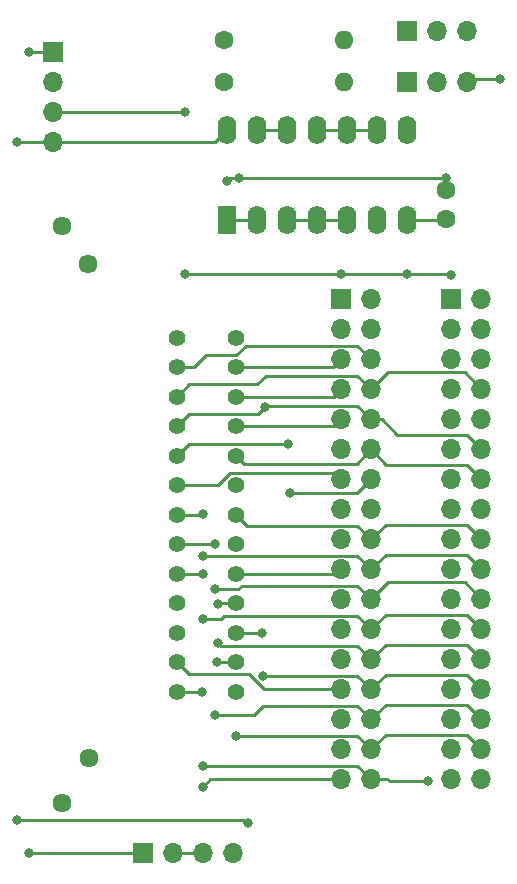
<source format=gbr>
%TF.GenerationSoftware,KiCad,Pcbnew,(5.1.10)-1*%
%TF.CreationDate,2024-05-08T08:20:22+02:00*%
%TF.ProjectId,KC85-FDD_IN,4b433835-2d46-4444-945f-494e2e6b6963,rev?*%
%TF.SameCoordinates,Original*%
%TF.FileFunction,Copper,L2,Bot*%
%TF.FilePolarity,Positive*%
%FSLAX46Y46*%
G04 Gerber Fmt 4.6, Leading zero omitted, Abs format (unit mm)*
G04 Created by KiCad (PCBNEW (5.1.10)-1) date 2024-05-08 08:20:22*
%MOMM*%
%LPD*%
G01*
G04 APERTURE LIST*
%TA.AperFunction,ComponentPad*%
%ADD10O,1.600000X2.400000*%
%TD*%
%TA.AperFunction,ComponentPad*%
%ADD11R,1.600000X2.400000*%
%TD*%
%TA.AperFunction,ComponentPad*%
%ADD12O,1.600000X1.600000*%
%TD*%
%TA.AperFunction,ComponentPad*%
%ADD13C,1.600000*%
%TD*%
%TA.AperFunction,ComponentPad*%
%ADD14O,1.700000X1.700000*%
%TD*%
%TA.AperFunction,ComponentPad*%
%ADD15R,1.700000X1.700000*%
%TD*%
%TA.AperFunction,ComponentPad*%
%ADD16C,1.400000*%
%TD*%
%TA.AperFunction,ComponentPad*%
%ADD17C,1.610000*%
%TD*%
%TA.AperFunction,ViaPad*%
%ADD18C,0.800000*%
%TD*%
%TA.AperFunction,Conductor*%
%ADD19C,0.250000*%
%TD*%
G04 APERTURE END LIST*
D10*
%TO.P,U1,14*%
%TO.N,+5P*%
X112776000Y-88646000D03*
%TO.P,U1,7*%
%TO.N,GND*%
X128016000Y-96266000D03*
%TO.P,U1,13*%
%TO.N,SE0*%
X115316000Y-88646000D03*
%TO.P,U1,6*%
%TO.N,Net-(J7-Pad1)*%
X125476000Y-96266000D03*
%TO.P,U1,12*%
%TO.N,SE0*%
X117856000Y-88646000D03*
%TO.P,U1,5*%
%TO.N,Net-(R2-Pad2)*%
X122936000Y-96266000D03*
%TO.P,U1,11*%
%TO.N,Net-(R1-Pad2)*%
X120396000Y-88646000D03*
%TO.P,U1,4*%
%TO.N,Net-(R2-Pad2)*%
X120396000Y-96266000D03*
%TO.P,U1,10*%
%TO.N,Net-(R1-Pad2)*%
X122936000Y-88646000D03*
%TO.P,U1,3*%
%TO.N,Net-(R2-Pad2)*%
X117856000Y-96266000D03*
%TO.P,U1,9*%
%TO.N,Net-(R1-Pad2)*%
X125476000Y-88646000D03*
%TO.P,U1,2*%
%TO.N,SE1*%
X115316000Y-96266000D03*
%TO.P,U1,8*%
%TO.N,Net-(J6-Pad1)*%
X128016000Y-88646000D03*
D11*
%TO.P,U1,1*%
%TO.N,SE1*%
X112776000Y-96266000D03*
%TD*%
D12*
%TO.P,R2,2*%
%TO.N,Net-(R2-Pad2)*%
X122682000Y-81026000D03*
D13*
%TO.P,R2,1*%
%TO.N,+5P*%
X112522000Y-81026000D03*
%TD*%
D12*
%TO.P,R1,2*%
%TO.N,Net-(R1-Pad2)*%
X122682000Y-84582000D03*
D13*
%TO.P,R1,1*%
%TO.N,+5P*%
X112522000Y-84582000D03*
%TD*%
D14*
%TO.P,J7,3*%
%TO.N,Net-(J4-Pad34)*%
X133096000Y-80264000D03*
%TO.P,J7,2*%
%TO.N,RDY*%
X130556000Y-80264000D03*
D15*
%TO.P,J7,1*%
%TO.N,Net-(J7-Pad1)*%
X128016000Y-80264000D03*
%TD*%
D14*
%TO.P,J6,3*%
%TO.N,Net-(J4-Pad34)*%
X133096000Y-84582000D03*
%TO.P,J6,2*%
%TO.N,RDY*%
X130556000Y-84582000D03*
D15*
%TO.P,J6,1*%
%TO.N,Net-(J6-Pad1)*%
X128016000Y-84582000D03*
%TD*%
D14*
%TO.P,J5,4*%
%TO.N,+5P*%
X113284000Y-149860000D03*
%TO.P,J5,3*%
%TO.N,GND*%
X110744000Y-149860000D03*
%TO.P,J5,2*%
X108204000Y-149860000D03*
D15*
%TO.P,J5,1*%
%TO.N,+12P*%
X105664000Y-149860000D03*
%TD*%
D14*
%TO.P,J4,34*%
%TO.N,Net-(J4-Pad34)*%
X134292000Y-143566000D03*
%TO.P,J4,33*%
%TO.N,GND*%
X131752000Y-143566000D03*
%TO.P,J4,32*%
%TO.N,SS*%
X134292000Y-141026000D03*
%TO.P,J4,31*%
%TO.N,GND*%
X131752000Y-141026000D03*
%TO.P,J4,30*%
%TO.N,RD*%
X134292000Y-138486000D03*
%TO.P,J4,29*%
%TO.N,GND*%
X131752000Y-138486000D03*
%TO.P,J4,28*%
%TO.N,WP*%
X134292000Y-135946000D03*
%TO.P,J4,27*%
%TO.N,GND*%
X131752000Y-135946000D03*
%TO.P,J4,26*%
%TO.N,T0*%
X134292000Y-133406000D03*
%TO.P,J4,25*%
%TO.N,GND*%
X131752000Y-133406000D03*
%TO.P,J4,24*%
%TO.N,WE*%
X134292000Y-130866000D03*
%TO.P,J4,23*%
%TO.N,GND*%
X131752000Y-130866000D03*
%TO.P,J4,22*%
%TO.N,WD*%
X134292000Y-128326000D03*
%TO.P,J4,21*%
%TO.N,GND*%
X131752000Y-128326000D03*
%TO.P,J4,20*%
%TO.N,ST*%
X134292000Y-125786000D03*
%TO.P,J4,19*%
%TO.N,GND*%
X131752000Y-125786000D03*
%TO.P,J4,18*%
%TO.N,SD*%
X134292000Y-123246000D03*
%TO.P,J4,17*%
%TO.N,GND*%
X131752000Y-123246000D03*
%TO.P,J4,16*%
%TO.N,SE0*%
X134292000Y-120706000D03*
%TO.P,J4,15*%
%TO.N,GND*%
X131752000Y-120706000D03*
%TO.P,J4,14*%
%TO.N,SE1*%
X134292000Y-118166000D03*
%TO.P,J4,13*%
%TO.N,GND*%
X131752000Y-118166000D03*
%TO.P,J4,12*%
%TO.N,SE0*%
X134292000Y-115626000D03*
%TO.P,J4,11*%
%TO.N,GND*%
X131752000Y-115626000D03*
%TO.P,J4,10*%
%TO.N,SE1*%
X134292000Y-113086000D03*
%TO.P,J4,9*%
%TO.N,GND*%
X131752000Y-113086000D03*
%TO.P,J4,8*%
%TO.N,IX*%
X134292000Y-110546000D03*
%TO.P,J4,7*%
%TO.N,GND*%
X131752000Y-110546000D03*
%TO.P,J4,6*%
%TO.N,N/C*%
X134292000Y-108006000D03*
%TO.P,J4,5*%
%TO.N,GND*%
X131752000Y-108006000D03*
%TO.P,J4,4*%
%TO.N,N/C*%
X134292000Y-105466000D03*
%TO.P,J4,3*%
%TO.N,GND*%
X131752000Y-105466000D03*
%TO.P,J4,2*%
%TO.N,N/C*%
X134292000Y-102926000D03*
D15*
%TO.P,J4,1*%
%TO.N,GND*%
X131752000Y-102926000D03*
%TD*%
D14*
%TO.P,J2,4*%
%TO.N,+5P*%
X98044000Y-89662000D03*
%TO.P,J2,3*%
%TO.N,GND*%
X98044000Y-87122000D03*
%TO.P,J2,2*%
X98044000Y-84582000D03*
D15*
%TO.P,J2,1*%
%TO.N,+12P*%
X98044000Y-82042000D03*
%TD*%
D13*
%TO.P,C1,2*%
%TO.N,GND*%
X131318000Y-96226000D03*
%TO.P,C1,1*%
%TO.N,+5P*%
X131318000Y-93726000D03*
%TD*%
D16*
%TO.P,J1,a13*%
%TO.N,RDY*%
X108512000Y-136224000D03*
%TO.P,J1,a12*%
%TO.N,GND*%
X108512000Y-133724000D03*
%TO.P,J1,a11*%
X108512000Y-131224000D03*
%TO.P,J1,a10*%
X108512000Y-128724000D03*
%TO.P,J1,a9*%
%TO.N,WE*%
X108512000Y-126224000D03*
%TO.P,J1,a8*%
%TO.N,WD*%
X108512000Y-123724000D03*
%TO.P,J1,a7*%
%TO.N,ST*%
X108512000Y-121224000D03*
%TO.P,J1,a6*%
%TO.N,GND*%
X108512000Y-118724000D03*
%TO.P,J1,a5*%
%TO.N,SE2*%
X108512000Y-116224000D03*
%TO.P,J1,a4*%
%TO.N,SE0*%
X108512000Y-113724000D03*
%TO.P,J1,a3*%
%TO.N,IX*%
X108512000Y-111224000D03*
%TO.P,J1,a2*%
%TO.N,SE3*%
X108512000Y-108724000D03*
%TO.P,J1,a1*%
%TO.N,N/C*%
X108512000Y-106224000D03*
%TO.P,J1,b13*%
%TO.N,SS*%
X113512000Y-136224000D03*
%TO.P,J1,b12*%
%TO.N,RD*%
X113512000Y-133724000D03*
%TO.P,J1,b11*%
%TO.N,WP*%
X113512000Y-131224000D03*
%TO.P,J1,b10*%
%TO.N,T0*%
X113512000Y-128724000D03*
%TO.P,J1,b9*%
%TO.N,GND*%
X113512000Y-126224000D03*
%TO.P,J1,b8*%
X113512000Y-123724000D03*
%TO.P,J1,b7*%
%TO.N,SD*%
X113512000Y-121224000D03*
%TO.P,J1,b6*%
%TO.N,N/C*%
X113512000Y-118724000D03*
%TO.P,J1,b5*%
%TO.N,SE1*%
X113512000Y-116224000D03*
%TO.P,J1,b4*%
%TO.N,GND*%
X113512000Y-113724000D03*
%TO.P,J1,b3*%
X113512000Y-111224000D03*
%TO.P,J1,b2*%
X113512000Y-108724000D03*
%TO.P,J1,b1*%
%TO.N,N/C*%
X113512000Y-106224000D03*
D17*
%TO.P,J1,*%
%TO.N,*%
X101092000Y-141859000D03*
X101012000Y-99974000D03*
X98780600Y-145669000D03*
X98780600Y-96774000D03*
%TD*%
D14*
%TO.P,J3,34*%
%TO.N,RDY*%
X124967000Y-143645001D03*
%TO.P,J3,33*%
%TO.N,GND*%
X122427000Y-143645001D03*
%TO.P,J3,32*%
%TO.N,SS*%
X124967000Y-141105001D03*
%TO.P,J3,31*%
%TO.N,GND*%
X122427000Y-141105001D03*
%TO.P,J3,30*%
%TO.N,RD*%
X124967000Y-138565001D03*
%TO.P,J3,29*%
%TO.N,GND*%
X122427000Y-138565001D03*
%TO.P,J3,28*%
%TO.N,WP*%
X124967000Y-136025001D03*
%TO.P,J3,27*%
%TO.N,GND*%
X122427000Y-136025001D03*
%TO.P,J3,26*%
%TO.N,T0*%
X124967000Y-133485001D03*
%TO.P,J3,25*%
%TO.N,GND*%
X122427000Y-133485001D03*
%TO.P,J3,24*%
%TO.N,WE*%
X124967000Y-130945001D03*
%TO.P,J3,23*%
%TO.N,GND*%
X122427000Y-130945001D03*
%TO.P,J3,22*%
%TO.N,WD*%
X124967000Y-128405001D03*
%TO.P,J3,21*%
%TO.N,GND*%
X122427000Y-128405001D03*
%TO.P,J3,20*%
%TO.N,ST*%
X124967000Y-125865001D03*
%TO.P,J3,19*%
%TO.N,GND*%
X122427000Y-125865001D03*
%TO.P,J3,18*%
%TO.N,SD*%
X124967000Y-123325001D03*
%TO.P,J3,17*%
%TO.N,GND*%
X122427000Y-123325001D03*
%TO.P,J3,16*%
%TO.N,N/C*%
X124967000Y-120785001D03*
%TO.P,J3,15*%
%TO.N,GND*%
X122427000Y-120785001D03*
%TO.P,J3,14*%
%TO.N,SE2*%
X124967000Y-118245001D03*
%TO.P,J3,13*%
%TO.N,GND*%
X122427000Y-118245001D03*
%TO.P,J3,12*%
%TO.N,SE1*%
X124967000Y-115705001D03*
%TO.P,J3,11*%
%TO.N,GND*%
X122427000Y-115705001D03*
%TO.P,J3,10*%
%TO.N,SE0*%
X124967000Y-113165001D03*
%TO.P,J3,9*%
%TO.N,GND*%
X122427000Y-113165001D03*
%TO.P,J3,8*%
%TO.N,IX*%
X124967000Y-110625001D03*
%TO.P,J3,7*%
%TO.N,GND*%
X122427000Y-110625001D03*
%TO.P,J3,6*%
%TO.N,SE3*%
X124967000Y-108085001D03*
%TO.P,J3,5*%
%TO.N,GND*%
X122427000Y-108085001D03*
%TO.P,J3,4*%
%TO.N,N/C*%
X124967000Y-105545001D03*
%TO.P,J3,3*%
%TO.N,GND*%
X122427000Y-105545001D03*
%TO.P,J3,2*%
%TO.N,N/C*%
X124967000Y-103005001D03*
D15*
%TO.P,J3,1*%
%TO.N,GND*%
X122427000Y-103005001D03*
%TD*%
D18*
%TO.N,RDY*%
X110664000Y-136224000D03*
X110768000Y-142470000D03*
X129794000Y-143764000D03*
%TO.N,GND*%
X128016000Y-100838000D03*
X122427000Y-100839000D03*
X131752000Y-100912000D03*
X110744000Y-144272000D03*
X109221000Y-100839000D03*
X109220000Y-87122000D03*
%TO.N,WE*%
X110730000Y-126224000D03*
X110744000Y-130048000D03*
%TO.N,WD*%
X111760000Y-127508000D03*
X111734000Y-123724000D03*
%TO.N,ST*%
X110744000Y-121158000D03*
X110779001Y-124749001D03*
%TO.N,SE2*%
X118110000Y-119380000D03*
X117973001Y-115198999D03*
%TO.N,SS*%
X113562000Y-139930000D03*
%TO.N,RD*%
X111894000Y-133724000D03*
X111760000Y-138176000D03*
%TO.N,WP*%
X115730000Y-131224000D03*
X115824000Y-134874000D03*
%TO.N,T0*%
X112014000Y-128778000D03*
X112014000Y-132080000D03*
%TO.N,SE0*%
X115951000Y-112141000D03*
%TO.N,+5P*%
X131318000Y-92710000D03*
X112776000Y-92964000D03*
X113792000Y-92710000D03*
X94996000Y-89662000D03*
X94996000Y-147066000D03*
X114537001Y-147336999D03*
%TO.N,+12P*%
X96012000Y-82042000D03*
X96012000Y-149860000D03*
%TO.N,Net-(J4-Pad34)*%
X135890000Y-84328000D03*
%TD*%
D19*
%TO.N,RDY*%
X123791999Y-142470000D02*
X111276000Y-142470000D01*
X124967000Y-143645001D02*
X123791999Y-142470000D01*
X108512000Y-136224000D02*
X110664000Y-136224000D01*
X111276000Y-142470000D02*
X110768000Y-142470000D01*
X110664000Y-136224000D02*
X110664000Y-136224000D01*
X110768000Y-142470000D02*
X110768000Y-142470000D01*
X126492000Y-143764000D02*
X126373001Y-143645001D01*
X129794000Y-143764000D02*
X126492000Y-143764000D01*
X124967000Y-143645001D02*
X126373001Y-143645001D01*
%TO.N,GND*%
X98044000Y-87122000D02*
X109220000Y-87122000D01*
X131278000Y-96266000D02*
X131318000Y-96226000D01*
X128016000Y-96266000D02*
X131278000Y-96266000D01*
X108204000Y-149860000D02*
X110744000Y-149860000D01*
X122068001Y-126224000D02*
X122427000Y-125865001D01*
X113512000Y-126224000D02*
X122068001Y-126224000D01*
X121868001Y-113724000D02*
X122427000Y-113165001D01*
X113512000Y-113724000D02*
X121868001Y-113724000D01*
X121880998Y-117698999D02*
X122427000Y-118245001D01*
X113019999Y-117698999D02*
X121880998Y-117698999D01*
X111994998Y-118724000D02*
X113019999Y-117698999D01*
X111400000Y-118724000D02*
X111994998Y-118724000D01*
X108512000Y-118724000D02*
X111400000Y-118724000D01*
X111400000Y-118724000D02*
X111612000Y-118724000D01*
X115901999Y-136025001D02*
X122427000Y-136025001D01*
X114625999Y-134749001D02*
X115901999Y-136025001D01*
X109537001Y-134749001D02*
X114625999Y-134749001D01*
X108512000Y-133724000D02*
X109537001Y-134749001D01*
X122427000Y-143645001D02*
X111370999Y-143645001D01*
X111370999Y-143645001D02*
X110744000Y-144272000D01*
X110744000Y-144272000D02*
X110744000Y-144272000D01*
X131679000Y-100839000D02*
X131752000Y-100912000D01*
X122427000Y-100839000D02*
X131679000Y-100839000D01*
X122427000Y-100839000D02*
X109221000Y-100839000D01*
X121788001Y-108724000D02*
X122427000Y-108085001D01*
X113512000Y-108724000D02*
X121788001Y-108724000D01*
X121828001Y-111224000D02*
X122427000Y-110625001D01*
X113512000Y-111224000D02*
X121828001Y-111224000D01*
X109221000Y-100839000D02*
X109221000Y-100839000D01*
X109220000Y-87122000D02*
X109220000Y-87122000D01*
%TO.N,WE*%
X123791999Y-129770000D02*
X112546000Y-129770000D01*
X124967000Y-130945001D02*
X123791999Y-129770000D01*
X112546000Y-129770000D02*
X112268000Y-130048000D01*
X112268000Y-130048000D02*
X110744000Y-130048000D01*
X108512000Y-126224000D02*
X110730000Y-126224000D01*
X110730000Y-126224000D02*
X110730000Y-126224000D01*
X110744000Y-130048000D02*
X110744000Y-130048000D01*
X133116999Y-129690999D02*
X134292000Y-130866000D01*
X126221002Y-129690999D02*
X133116999Y-129690999D01*
X124967000Y-130945001D02*
X126221002Y-129690999D01*
%TO.N,WD*%
X114023002Y-127230000D02*
X113745002Y-127508000D01*
X123791999Y-127230000D02*
X114023002Y-127230000D01*
X124967000Y-128405001D02*
X123791999Y-127230000D01*
X113745002Y-127508000D02*
X111760000Y-127508000D01*
X108512000Y-123724000D02*
X111734000Y-123724000D01*
X111760000Y-127508000D02*
X111760000Y-127508000D01*
X111734000Y-123724000D02*
X111734000Y-123724000D01*
X126411000Y-126961001D02*
X124967000Y-128405001D01*
X132927001Y-126961001D02*
X126411000Y-126961001D01*
X134292000Y-128326000D02*
X132927001Y-126961001D01*
%TO.N,ST*%
X114004001Y-124749001D02*
X110779001Y-124749001D01*
X114063002Y-124690000D02*
X114004001Y-124749001D01*
X123791999Y-124690000D02*
X114063002Y-124690000D01*
X124967000Y-125865001D02*
X123791999Y-124690000D01*
X108512000Y-121224000D02*
X110678000Y-121224000D01*
X110678000Y-121224000D02*
X110744000Y-121158000D01*
X110744000Y-121158000D02*
X110744000Y-121158000D01*
X110779001Y-124749001D02*
X110779001Y-124749001D01*
X126221002Y-124610999D02*
X124967000Y-125865001D01*
X133116999Y-124610999D02*
X126221002Y-124610999D01*
X134292000Y-125786000D02*
X133116999Y-124610999D01*
%TO.N,SE1*%
X126252998Y-116990999D02*
X124967000Y-115705001D01*
X133116999Y-116990999D02*
X126252998Y-116990999D01*
X134292000Y-118166000D02*
X133116999Y-116990999D01*
X123748002Y-116923999D02*
X124967000Y-115705001D01*
X114211999Y-116923999D02*
X123748002Y-116923999D01*
X113512000Y-116224000D02*
X114211999Y-116923999D01*
X115316000Y-96266000D02*
X112776000Y-96266000D01*
%TO.N,SE3*%
X114343002Y-106910000D02*
X113557002Y-107696000D01*
X123791999Y-106910000D02*
X114343002Y-106910000D01*
X124967000Y-108085001D02*
X123791999Y-106910000D01*
X113557002Y-107696000D02*
X110998000Y-107696000D01*
X110998000Y-107696000D02*
X110998000Y-107696000D01*
X108512000Y-108724000D02*
X109970000Y-108724000D01*
X109970000Y-108724000D02*
X109970000Y-108724000D01*
X110998000Y-107696000D02*
X109970000Y-108724000D01*
%TO.N,IX*%
X109537001Y-110198999D02*
X108512000Y-111224000D01*
X115353001Y-110198999D02*
X109537001Y-110198999D01*
X116102000Y-109450000D02*
X115353001Y-110198999D01*
X123791999Y-109450000D02*
X116102000Y-109450000D01*
X124967000Y-110625001D02*
X123791999Y-109450000D01*
X126411000Y-109181001D02*
X124967000Y-110625001D01*
X132927001Y-109181001D02*
X126411000Y-109181001D01*
X134292000Y-110546000D02*
X132927001Y-109181001D01*
%TO.N,SE2*%
X109537001Y-115198999D02*
X117973001Y-115198999D01*
X108512000Y-116224000D02*
X109537001Y-115198999D01*
X123791999Y-119420002D02*
X118150002Y-119420002D01*
X124967000Y-118245001D02*
X123791999Y-119420002D01*
X118150002Y-119420002D02*
X118110000Y-119380000D01*
X118110000Y-119380000D02*
X118110000Y-119380000D01*
X117973001Y-115198999D02*
X117992999Y-115198999D01*
%TO.N,SS*%
X123791999Y-139930000D02*
X113562000Y-139930000D01*
X124967000Y-141105001D02*
X123791999Y-139930000D01*
X113562000Y-139930000D02*
X113562000Y-139930000D01*
X133116999Y-139850999D02*
X134292000Y-141026000D01*
X126221002Y-139850999D02*
X133116999Y-139850999D01*
X124967000Y-141105001D02*
X126221002Y-139850999D01*
%TO.N,RD*%
X123791999Y-137390000D02*
X115848000Y-137390000D01*
X124967000Y-138565001D02*
X123791999Y-137390000D01*
X115848000Y-137390000D02*
X115062000Y-138176000D01*
X115062000Y-138176000D02*
X111760000Y-138176000D01*
X113512000Y-133724000D02*
X111894000Y-133724000D01*
X111894000Y-133724000D02*
X111894000Y-133724000D01*
X111760000Y-138176000D02*
X111760000Y-138176000D01*
X126221002Y-137310999D02*
X124967000Y-138565001D01*
X133116999Y-137310999D02*
X126221002Y-137310999D01*
X134292000Y-138486000D02*
X133116999Y-137310999D01*
%TO.N,WP*%
X123791999Y-134850000D02*
X115848000Y-134850000D01*
X124967000Y-136025001D02*
X123791999Y-134850000D01*
X115824000Y-134874000D02*
X115824000Y-134874000D01*
X113512000Y-131224000D02*
X115730000Y-131224000D01*
X115730000Y-131224000D02*
X115730000Y-131224000D01*
X115824000Y-134874000D02*
X115848000Y-134850000D01*
X133116999Y-134770999D02*
X134292000Y-135946000D01*
X126221002Y-134770999D02*
X133116999Y-134770999D01*
X124967000Y-136025001D02*
X126221002Y-134770999D01*
%TO.N,T0*%
X123791999Y-132310000D02*
X112244000Y-132310000D01*
X124967000Y-133485001D02*
X123791999Y-132310000D01*
X112244000Y-132310000D02*
X112014000Y-132080000D01*
X113512000Y-128724000D02*
X112068000Y-128724000D01*
X112068000Y-128724000D02*
X112014000Y-128778000D01*
X112014000Y-128778000D02*
X112014000Y-128778000D01*
X112014000Y-132080000D02*
X112014000Y-132080000D01*
X133116999Y-132230999D02*
X126221002Y-132230999D01*
X126221002Y-132230999D02*
X124967000Y-133485001D01*
X134292000Y-133406000D02*
X133116999Y-132230999D01*
%TO.N,SD*%
X114438000Y-122150000D02*
X113512000Y-121224000D01*
X123791999Y-122150000D02*
X114438000Y-122150000D01*
X124967000Y-123325001D02*
X123791999Y-122150000D01*
X133116999Y-122070999D02*
X134292000Y-123246000D01*
X126221002Y-122070999D02*
X133116999Y-122070999D01*
X124967000Y-123325001D02*
X126221002Y-122070999D01*
%TO.N,SE0*%
X123791999Y-111990000D02*
X116102000Y-111990000D01*
X124967000Y-113165001D02*
X123791999Y-111990000D01*
X116102000Y-111990000D02*
X116078000Y-112014000D01*
X116102000Y-111990000D02*
X116102000Y-111990000D01*
X134292000Y-115626000D02*
X133116999Y-114450999D01*
X127912999Y-114450999D02*
X127658999Y-114450999D01*
X133116999Y-114450999D02*
X127912999Y-114450999D01*
X127150999Y-114450999D02*
X125865001Y-113165001D01*
X127912999Y-114450999D02*
X127150999Y-114450999D01*
X124967000Y-113165001D02*
X125865001Y-113165001D01*
X115393001Y-112698999D02*
X115951000Y-112141000D01*
X109537001Y-112698999D02*
X115393001Y-112698999D01*
X108512000Y-113724000D02*
X109537001Y-112698999D01*
X115951000Y-112141000D02*
X116102000Y-111990000D01*
X115316000Y-88646000D02*
X117856000Y-88646000D01*
%TO.N,+5P*%
X111760000Y-89662000D02*
X112776000Y-88646000D01*
X98044000Y-89662000D02*
X111760000Y-89662000D01*
X98044000Y-89662000D02*
X94996000Y-89662000D01*
X113030000Y-92710000D02*
X112776000Y-92964000D01*
X131318000Y-92710000D02*
X113792000Y-92710000D01*
X113792000Y-92710000D02*
X113030000Y-92710000D01*
X94996000Y-89662000D02*
X94996000Y-89662000D01*
X114266002Y-147066000D02*
X114537001Y-147336999D01*
X94996000Y-147066000D02*
X114266002Y-147066000D01*
%TO.N,+12P*%
X98044000Y-82042000D02*
X96012000Y-82042000D01*
X96012000Y-82042000D02*
X96012000Y-82042000D01*
X96012000Y-149860000D02*
X105664000Y-149860000D01*
%TO.N,Net-(J4-Pad34)*%
X133350000Y-84328000D02*
X133096000Y-84582000D01*
X135890000Y-84328000D02*
X133350000Y-84328000D01*
%TO.N,Net-(R1-Pad2)*%
X120396000Y-88646000D02*
X125476000Y-88646000D01*
%TO.N,Net-(R2-Pad2)*%
X117856000Y-96266000D02*
X122936000Y-96266000D01*
%TD*%
M02*

</source>
